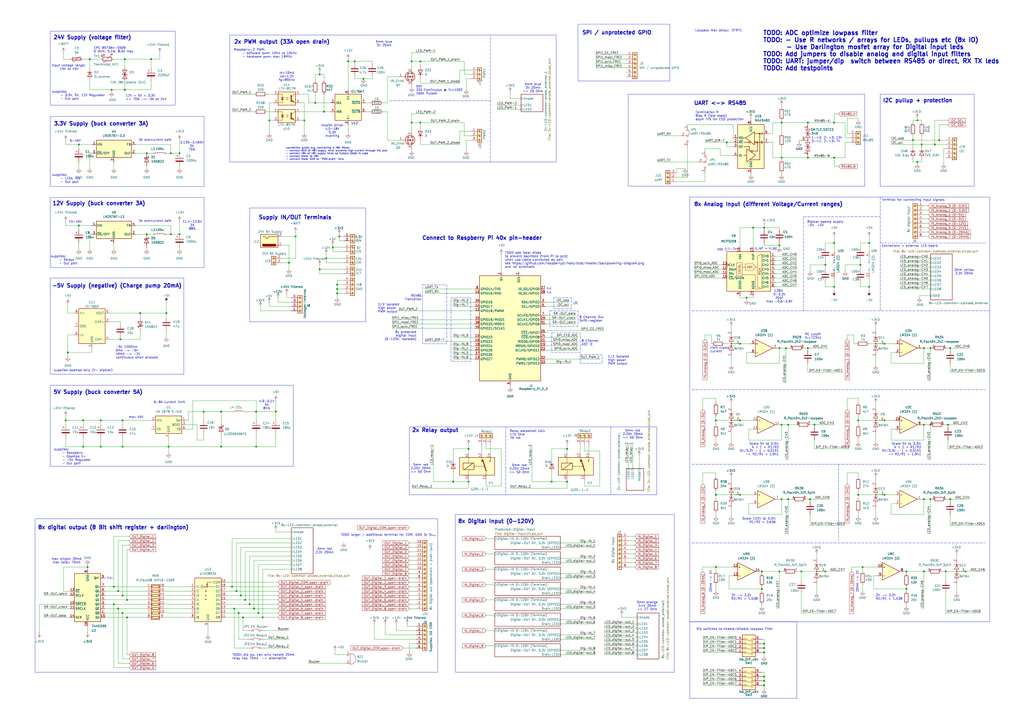
<source format=kicad_sch>
(kicad_sch
	(version 20231120)
	(generator "eeschema")
	(generator_version "8.0")
	(uuid "af4d11a6-73e1-4c39-a25e-5fe7dfa07237")
	(paper "A2")
	
	(junction
		(at 139.7 345.44)
		(diameter 0)
		(color 0 0 0 0)
		(uuid "01a8e618-7e14-4882-9136-a12536116a47")
	)
	(junction
		(at 48.26 259.08)
		(diameter 0)
		(color 0 0 0 0)
		(uuid "04e54955-95ed-4070-adbb-7cee1b2c7a8b")
	)
	(junction
		(at 135.89 353.06)
		(diameter 0)
		(color 0 0 0 0)
		(uuid "05eca1c0-0042-44d8-82a8-b1f48175c33d")
	)
	(junction
		(at 483.87 91.44)
		(diameter 0)
		(color 0 0 0 0)
		(uuid "06f335d7-63de-4572-a20a-022b6c7f93c9")
	)
	(junction
		(at 542.29 83.82)
		(diameter 0)
		(color 0 0 0 0)
		(uuid "072c8fc6-89d0-4715-8ea4-dd9134761f17")
	)
	(junction
		(at 529.59 81.28)
		(diameter 0)
		(color 0 0 0 0)
		(uuid "07823899-5798-4592-8eff-8b1fe5858f30")
	)
	(junction
		(at 210.82 45.72)
		(diameter 0)
		(color 0 0 0 0)
		(uuid "0c7b1ae2-c684-4906-92c2-8dfa0b9613b9")
	)
	(junction
		(at 182.88 59.69)
		(diameter 0)
		(color 0 0 0 0)
		(uuid "0eedc99b-ff42-4961-8286-6066dee5c8fe")
	)
	(junction
		(at 504.19 140.97)
		(diameter 0)
		(color 0 0 0 0)
		(uuid "0f3fa599-affa-44c6-8b85-24ce12db14ea")
	)
	(junction
		(at 66.04 340.36)
		(diameter 0)
		(color 0 0 0 0)
		(uuid "10026633-9ac7-4b72-aa53-10151f42da81")
	)
	(junction
		(at 71.12 243.84)
		(diameter 0)
		(color 0 0 0 0)
		(uuid "105d8991-ac05-4276-b194-5060bc474cf0")
	)
	(junction
		(at 176.53 69.85)
		(diameter 0)
		(color 0 0 0 0)
		(uuid "11580b8b-6675-41d3-b33d-e1ed958eda93")
	)
	(junction
		(at 152.4 358.14)
		(diameter 0)
		(color 0 0 0 0)
		(uuid "119c3b35-4b9f-4318-9220-02559deba15e")
	)
	(junction
		(at 185.42 43.18)
		(diameter 0)
		(color 0 0 0 0)
		(uuid "14ee932b-b4bf-415b-ab21-01e0b930417b")
	)
	(junction
		(at 513.08 243.84)
		(diameter 0)
		(color 0 0 0 0)
		(uuid "14fcd33f-6a27-4b5c-bd8a-16602ae94ce3")
	)
	(junction
		(at 39.37 204.47)
		(diameter 0)
		(color 0 0 0 0)
		(uuid "16107448-b037-4021-a9bb-1fb19d6f36c7")
	)
	(junction
		(at 468.63 71.12)
		(diameter 0)
		(color 0 0 0 0)
		(uuid "1827b75e-5515-4844-a399-117e6918fd73")
	)
	(junction
		(at 532.13 93.98)
		(diameter 0)
		(color 0 0 0 0)
		(uuid "1c476741-4a7f-44e7-a84a-5b0fc50d1df8")
	)
	(junction
		(at 72.39 52.07)
		(diameter 0)
		(color 0 0 0 0)
		(uuid "1ca1e8b3-a925-433d-8b97-4bcdb1b98a40")
	)
	(junction
		(at 483.87 166.37)
		(diameter 0)
		(color 0 0 0 0)
		(uuid "1f83392c-f6f4-4c47-92c7-6541609902a5")
	)
	(junction
		(at 504.19 166.37)
		(diameter 0)
		(color 0 0 0 0)
		(uuid "1ff1815a-ddb0-4907-bed1-18b8fe5665e3")
	)
	(junction
		(at 457.2 246.38)
		(diameter 0)
		(color 0 0 0 0)
		(uuid "209182a8-b4b9-40cd-b5b2-bd90b860e927")
	)
	(junction
		(at 271.78 260.35)
		(diameter 0)
		(color 0 0 0 0)
		(uuid "213f96fc-26d9-4cf1-83bd-f4336ef00b81")
	)
	(junction
		(at 320.04 279.4)
		(diameter 0)
		(color 0 0 0 0)
		(uuid "236f3f4e-76e9-4351-baf1-7665cdb427aa")
	)
	(junction
		(at 144.78 350.52)
		(diameter 0)
		(color 0 0 0 0)
		(uuid "24719f92-8210-4aa7-b4fb-885fcf560860")
	)
	(junction
		(at 128.27 238.76)
		(diameter 0)
		(color 0 0 0 0)
		(uuid "28045595-b22a-4b06-9953-9f52298bbfc3")
	)
	(junction
		(at 238.76 35.56)
		(diameter 0)
		(color 0 0 0 0)
		(uuid "2a544a35-89e9-4403-a76e-deca404b0df4")
	)
	(junction
		(at 453.39 71.12)
		(diameter 0)
		(color 0 0 0 0)
		(uuid "2d47b40e-d23f-458b-8bda-f40f4a63d16c")
	)
	(junction
		(at 457.2 289.56)
		(diameter 0)
		(color 0 0 0 0)
		(uuid "2ec783c1-8b84-46a4-83e0-9e6bdd9d83e1")
	)
	(junction
		(at 415.29 287.02)
		(diameter 0)
		(color 0 0 0 0)
		(uuid "2f3e2706-66a2-4ddc-84d7-d0f87e408bee")
	)
	(junction
		(at 429.26 199.39)
		(diameter 0)
		(color 0 0 0 0)
		(uuid "322a1d28-d972-4b68-a81b-9e541f249074")
	)
	(junction
		(at 52.07 34.29)
		(diameter 0)
		(color 0 0 0 0)
		(uuid "323916cf-5786-4346-bdcd-89c81cb32737")
	)
	(junction
		(at 171.45 137.16)
		(diameter 0)
		(color 0 0 0 0)
		(uuid "36c7ffc8-59d3-497b-8dce-a7b0d2f66aca")
	)
	(junction
		(at 185.42 156.21)
		(diameter 0)
		(color 0 0 0 0)
		(uuid "36d68065-ce7c-4d04-bfc0-73baed985380")
	)
	(junction
		(at 48.26 243.84)
		(diameter 0)
		(color 0 0 0 0)
		(uuid "383ef42e-22d7-43b3-89d3-2af42737728c")
	)
	(junction
		(at 535.94 246.38)
		(diameter 0)
		(color 0 0 0 0)
		(uuid "3ae78f7f-94a6-4485-a6b5-d7ce73e1abef")
	)
	(junction
		(at 513.08 199.39)
		(diameter 0)
		(color 0 0 0 0)
		(uuid "3b4b0fd5-c991-4a1b-b89c-c6b2bfe001ca")
	)
	(junction
		(at 50.8 328.93)
		(diameter 0)
		(color 0 0 0 0)
		(uuid "3c754c5e-b249-46c4-9d05-9f550316aca5")
	)
	(junction
		(at 196.85 137.16)
		(diameter 0)
		(color 0 0 0 0)
		(uuid "4165b357-897a-49f2-9ef7-d976d8e6b00f")
	)
	(junction
		(at 58.42 243.84)
		(diameter 0)
		(color 0 0 0 0)
		(uuid "422bc740-9691-4697-b466-286d91cb40aa")
	)
	(junction
		(at 443.23 132.08)
		(diameter 0)
		(color 0 0 0 0)
		(uuid "42f8f2a2-d4f1-4f85-a7f3-af76fd15f334")
	)
	(junction
		(at 81.28 181.61)
		(diameter 0)
		(color 0 0 0 0)
		(uuid "49b65474-3c4a-461b-8a68-40a6b20540ce")
	)
	(junction
		(at 535.94 201.93)
		(diameter 0)
		(color 0 0 0 0)
		(uuid "4c28afa4-cb18-4457-bfd3-5c53dabd8baa")
	)
	(junction
		(at 66.04 350.52)
		(diameter 0)
		(color 0 0 0 0)
		(uuid "4dd49bce-72c0-4885-aaa1-4fc2ceee5ed9")
	)
	(junction
		(at 433.07 172.72)
		(diameter 0)
		(color 0 0 0 0)
		(uuid "4e57230f-aabe-47d0-b863-f2adc3d1ffe4")
	)
	(junction
		(at 551.18 289.56)
		(diameter 0)
		(color 0 0 0 0)
		(uuid "5350fbf4-d95b-437a-9686-20f0bf58d3a4")
	)
	(junction
		(at 534.67 83.82)
		(diameter 0)
		(color 0 0 0 0)
		(uuid "53d66afe-70cb-456e-9b1b-03e37a30427c")
	)
	(junction
		(at 535.94 289.56)
		(diameter 0)
		(color 0 0 0 0)
		(uuid "5453c15f-3da7-498f-b4d4-eefd4a32800e")
	)
	(junction
		(at 71.12 259.08)
		(diameter 0)
		(color 0 0 0 0)
		(uuid "548e2dfb-04f2-4d21-ab49-d803782e4bea")
	)
	(junction
		(at 478.79 153.67)
		(diameter 0)
		(color 0 0 0 0)
		(uuid "55a82554-799d-4bb3-8181-718182c3900f")
	)
	(junction
		(at 497.84 243.84)
		(diameter 0)
		(color 0 0 0 0)
		(uuid "57a339c8-b411-45ff-a169-a3416d23d890")
	)
	(junction
		(at 328.93 279.4)
		(diameter 0)
		(color 0 0 0 0)
		(uuid "58641e9a-dfea-4a17-a599-d3f20704b922")
	)
	(junction
		(at 104.14 135.89)
		(diameter 0)
		(color 0 0 0 0)
		(uuid "5b0eb3d4-c4be-4d9b-9e7b-ef02c7a05fa6")
	)
	(junction
		(at 535.94 331.47)
		(diameter 0)
		(color 0 0 0 0)
		(uuid "5ebeab69-b597-43d2-ab3a-c72fec21131d")
	)
	(junction
		(at 500.38 328.93)
		(diameter 0)

... [559720 chars truncated]
</source>
